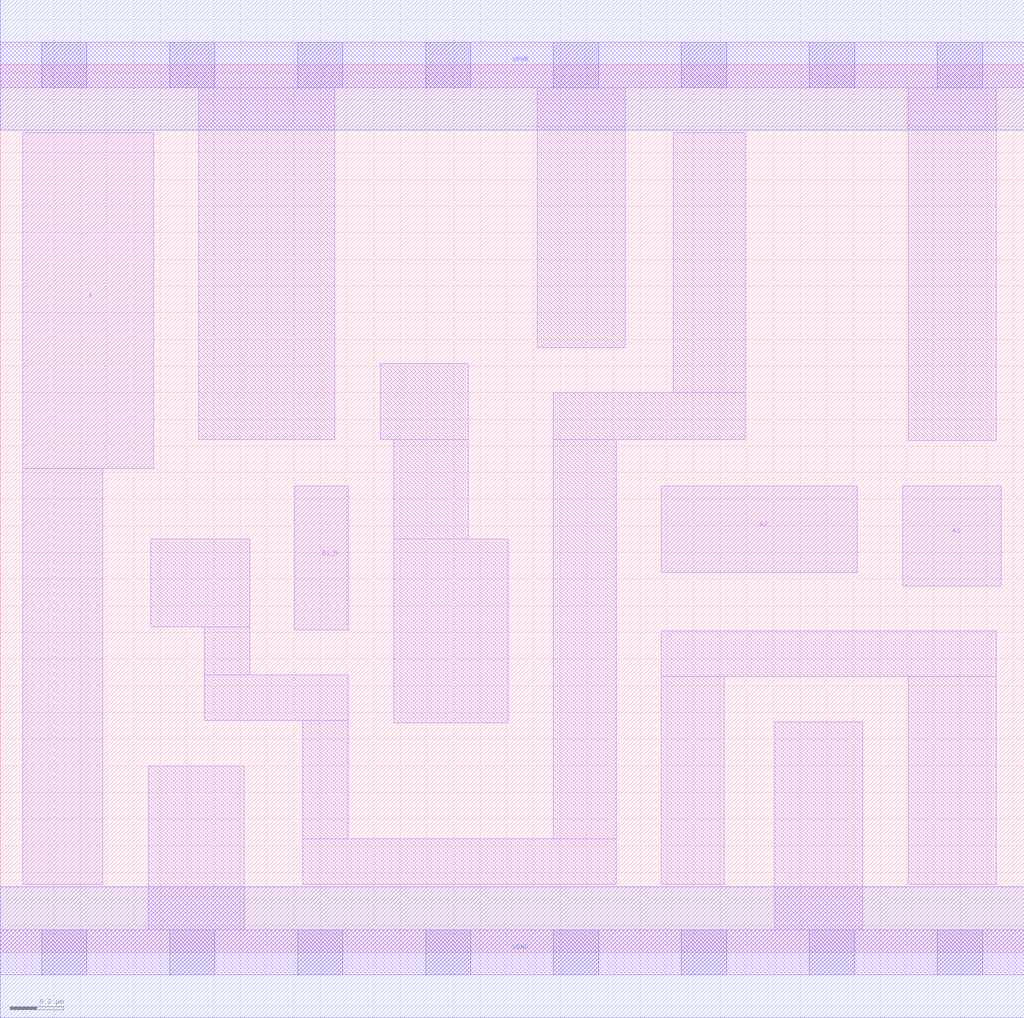
<source format=lef>
# Copyright 2020 The SkyWater PDK Authors
#
# Licensed under the Apache License, Version 2.0 (the "License");
# you may not use this file except in compliance with the License.
# You may obtain a copy of the License at
#
#     https://www.apache.org/licenses/LICENSE-2.0
#
# Unless required by applicable law or agreed to in writing, software
# distributed under the License is distributed on an "AS IS" BASIS,
# WITHOUT WARRANTIES OR CONDITIONS OF ANY KIND, either express or implied.
# See the License for the specific language governing permissions and
# limitations under the License.
#
# SPDX-License-Identifier: Apache-2.0

VERSION 5.7 ;
  NAMESCASESENSITIVE ON ;
  NOWIREEXTENSIONATPIN ON ;
  DIVIDERCHAR "/" ;
  BUSBITCHARS "[]" ;
UNITS
  DATABASE MICRONS 200 ;
END UNITS
MACRO sky130_fd_sc_lp__o21ba_1
  CLASS CORE ;
  FOREIGN sky130_fd_sc_lp__o21ba_1 ;
  ORIGIN  0.000000  0.000000 ;
  SIZE  3.840000 BY  3.330000 ;
  SYMMETRY X Y R90 ;
  SITE unit ;
  PIN A1
    ANTENNAGATEAREA  0.315000 ;
    DIRECTION INPUT ;
    USE SIGNAL ;
    PORT
      LAYER li1 ;
        RECT 3.385000 1.375000 3.755000 1.750000 ;
    END
  END A1
  PIN A2
    ANTENNAGATEAREA  0.315000 ;
    DIRECTION INPUT ;
    USE SIGNAL ;
    PORT
      LAYER li1 ;
        RECT 2.480000 1.425000 3.215000 1.750000 ;
    END
  END A2
  PIN B1_N
    ANTENNAGATEAREA  0.126000 ;
    DIRECTION INPUT ;
    USE SIGNAL ;
    PORT
      LAYER li1 ;
        RECT 1.105000 1.210000 1.305000 1.750000 ;
    END
  END B1_N
  PIN X
    ANTENNADIFFAREA  0.573300 ;
    DIRECTION OUTPUT ;
    USE SIGNAL ;
    PORT
      LAYER li1 ;
        RECT 0.085000 0.255000 0.385000 1.815000 ;
        RECT 0.085000 1.815000 0.575000 3.075000 ;
    END
  END X
  PIN VGND
    DIRECTION INOUT ;
    USE GROUND ;
    PORT
      LAYER met1 ;
        RECT 0.000000 -0.245000 3.840000 0.245000 ;
    END
  END VGND
  PIN VPWR
    DIRECTION INOUT ;
    USE POWER ;
    PORT
      LAYER met1 ;
        RECT 0.000000 3.085000 3.840000 3.575000 ;
    END
  END VPWR
  OBS
    LAYER li1 ;
      RECT 0.000000 -0.085000 3.840000 0.085000 ;
      RECT 0.000000  3.245000 3.840000 3.415000 ;
      RECT 0.555000  0.085000 0.915000 0.700000 ;
      RECT 0.565000  1.220000 0.935000 1.550000 ;
      RECT 0.745000  1.925000 1.255000 3.245000 ;
      RECT 0.765000  0.870000 1.305000 1.040000 ;
      RECT 0.765000  1.040000 0.935000 1.220000 ;
      RECT 1.135000  0.255000 2.310000 0.425000 ;
      RECT 1.135000  0.425000 1.305000 0.870000 ;
      RECT 1.425000  1.925000 1.755000 2.210000 ;
      RECT 1.475000  0.860000 1.905000 1.550000 ;
      RECT 1.475000  1.550000 1.755000 1.925000 ;
      RECT 2.015000  2.270000 2.345000 3.245000 ;
      RECT 2.075000  0.425000 2.310000 1.925000 ;
      RECT 2.075000  1.925000 2.795000 2.100000 ;
      RECT 2.480000  0.255000 2.715000 1.035000 ;
      RECT 2.480000  1.035000 3.735000 1.205000 ;
      RECT 2.525000  2.100000 2.795000 3.075000 ;
      RECT 2.905000  0.085000 3.235000 0.865000 ;
      RECT 3.405000  0.255000 3.735000 1.035000 ;
      RECT 3.405000  1.920000 3.735000 3.245000 ;
    LAYER mcon ;
      RECT 0.155000 -0.085000 0.325000 0.085000 ;
      RECT 0.155000  3.245000 0.325000 3.415000 ;
      RECT 0.635000 -0.085000 0.805000 0.085000 ;
      RECT 0.635000  3.245000 0.805000 3.415000 ;
      RECT 1.115000 -0.085000 1.285000 0.085000 ;
      RECT 1.115000  3.245000 1.285000 3.415000 ;
      RECT 1.595000 -0.085000 1.765000 0.085000 ;
      RECT 1.595000  3.245000 1.765000 3.415000 ;
      RECT 2.075000 -0.085000 2.245000 0.085000 ;
      RECT 2.075000  3.245000 2.245000 3.415000 ;
      RECT 2.555000 -0.085000 2.725000 0.085000 ;
      RECT 2.555000  3.245000 2.725000 3.415000 ;
      RECT 3.035000 -0.085000 3.205000 0.085000 ;
      RECT 3.035000  3.245000 3.205000 3.415000 ;
      RECT 3.515000 -0.085000 3.685000 0.085000 ;
      RECT 3.515000  3.245000 3.685000 3.415000 ;
  END
END sky130_fd_sc_lp__o21ba_1
END LIBRARY

</source>
